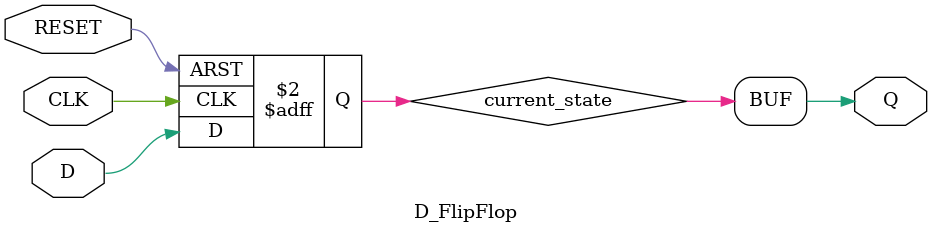
<source format=v>
`timescale 1ns / 1ps


module D_FlipFlop(CLK, D, Q, RESET);
    input CLK; input D; output Q;
    input RESET;
    reg current_state;
    
    assign Q = current_state; //Q¿¡ ÇöÀç state ÀúÀå
    
    always @(posedge CLK or posedge RESET)
    begin
        if(RESET)
        begin
            current_state <= 0;
        end
        else
        begin
            current_state <= D; //CLKÀÇ positive edge¿¡¼­ D¸¦ ÇöÀç state¿¡ ÀúÀå
        end
    end

endmodule

</source>
